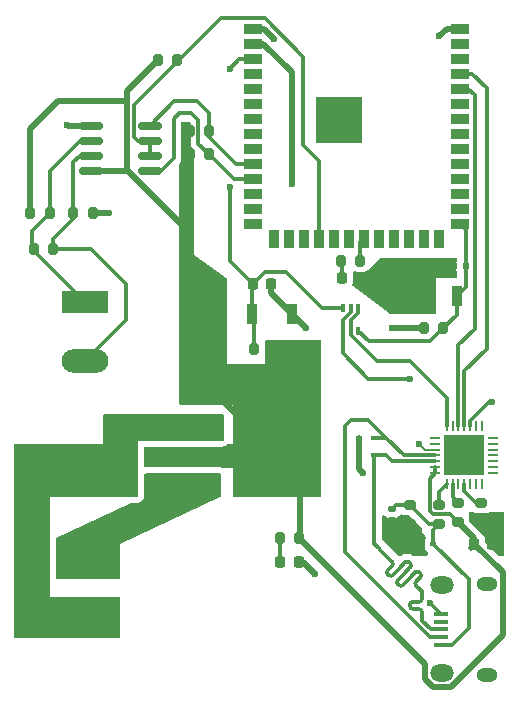
<source format=gbr>
%TF.GenerationSoftware,KiCad,Pcbnew,8.0.7*%
%TF.CreationDate,2025-02-14T15:53:52+00:00*%
%TF.ProjectId,FYP_Motor_R2,4659505f-4d6f-4746-9f72-5f52322e6b69,rev?*%
%TF.SameCoordinates,Original*%
%TF.FileFunction,Copper,L1,Top*%
%TF.FilePolarity,Positive*%
%FSLAX46Y46*%
G04 Gerber Fmt 4.6, Leading zero omitted, Abs format (unit mm)*
G04 Created by KiCad (PCBNEW 8.0.7) date 2025-02-14 15:53:52*
%MOMM*%
%LPD*%
G01*
G04 APERTURE LIST*
G04 Aperture macros list*
%AMRoundRect*
0 Rectangle with rounded corners*
0 $1 Rounding radius*
0 $2 $3 $4 $5 $6 $7 $8 $9 X,Y pos of 4 corners*
0 Add a 4 corners polygon primitive as box body*
4,1,4,$2,$3,$4,$5,$6,$7,$8,$9,$2,$3,0*
0 Add four circle primitives for the rounded corners*
1,1,$1+$1,$2,$3*
1,1,$1+$1,$4,$5*
1,1,$1+$1,$6,$7*
1,1,$1+$1,$8,$9*
0 Add four rect primitives between the rounded corners*
20,1,$1+$1,$2,$3,$4,$5,0*
20,1,$1+$1,$4,$5,$6,$7,0*
20,1,$1+$1,$6,$7,$8,$9,0*
20,1,$1+$1,$8,$9,$2,$3,0*%
G04 Aperture macros list end*
%TA.AperFunction,SMDPad,CuDef*%
%ADD10RoundRect,0.140000X0.140000X0.170000X-0.140000X0.170000X-0.140000X-0.170000X0.140000X-0.170000X0*%
%TD*%
%TA.AperFunction,SMDPad,CuDef*%
%ADD11R,1.300000X0.450000*%
%TD*%
%TA.AperFunction,ComponentPad*%
%ADD12O,1.800000X1.150000*%
%TD*%
%TA.AperFunction,ComponentPad*%
%ADD13O,2.000000X1.450000*%
%TD*%
%TA.AperFunction,SMDPad,CuDef*%
%ADD14R,0.480000X0.400000*%
%TD*%
%TA.AperFunction,SMDPad,CuDef*%
%ADD15RoundRect,0.200000X0.275000X-0.200000X0.275000X0.200000X-0.275000X0.200000X-0.275000X-0.200000X0*%
%TD*%
%TA.AperFunction,SMDPad,CuDef*%
%ADD16RoundRect,0.200000X0.200000X0.275000X-0.200000X0.275000X-0.200000X-0.275000X0.200000X-0.275000X0*%
%TD*%
%TA.AperFunction,SMDPad,CuDef*%
%ADD17RoundRect,0.218750X0.218750X0.256250X-0.218750X0.256250X-0.218750X-0.256250X0.218750X-0.256250X0*%
%TD*%
%TA.AperFunction,SMDPad,CuDef*%
%ADD18RoundRect,0.225000X-0.225000X-0.250000X0.225000X-0.250000X0.225000X0.250000X-0.225000X0.250000X0*%
%TD*%
%TA.AperFunction,SMDPad,CuDef*%
%ADD19RoundRect,0.150000X0.825000X0.150000X-0.825000X0.150000X-0.825000X-0.150000X0.825000X-0.150000X0*%
%TD*%
%TA.AperFunction,SMDPad,CuDef*%
%ADD20R,1.500000X0.900000*%
%TD*%
%TA.AperFunction,SMDPad,CuDef*%
%ADD21R,0.900000X1.500000*%
%TD*%
%TA.AperFunction,HeatsinkPad*%
%ADD22C,0.600000*%
%TD*%
%TA.AperFunction,SMDPad,CuDef*%
%ADD23R,3.900000X3.900000*%
%TD*%
%TA.AperFunction,ComponentPad*%
%ADD24R,3.960000X1.980000*%
%TD*%
%TA.AperFunction,ComponentPad*%
%ADD25O,3.960000X1.980000*%
%TD*%
%TA.AperFunction,SMDPad,CuDef*%
%ADD26R,0.900000X1.700000*%
%TD*%
%TA.AperFunction,SMDPad,CuDef*%
%ADD27RoundRect,0.200000X-0.200000X-0.275000X0.200000X-0.275000X0.200000X0.275000X-0.200000X0.275000X0*%
%TD*%
%TA.AperFunction,SMDPad,CuDef*%
%ADD28RoundRect,0.140000X-0.170000X0.140000X-0.170000X-0.140000X0.170000X-0.140000X0.170000X0.140000X0*%
%TD*%
%TA.AperFunction,SMDPad,CuDef*%
%ADD29RoundRect,0.250000X0.450000X0.425000X-0.450000X0.425000X-0.450000X-0.425000X0.450000X-0.425000X0*%
%TD*%
%TA.AperFunction,SMDPad,CuDef*%
%ADD30RoundRect,0.250000X-0.850000X-0.350000X0.850000X-0.350000X0.850000X0.350000X-0.850000X0.350000X0*%
%TD*%
%TA.AperFunction,SMDPad,CuDef*%
%ADD31RoundRect,0.250000X-1.275000X-1.125000X1.275000X-1.125000X1.275000X1.125000X-1.275000X1.125000X0*%
%TD*%
%TA.AperFunction,SMDPad,CuDef*%
%ADD32RoundRect,0.249997X-2.950003X-2.650003X2.950003X-2.650003X2.950003X2.650003X-2.950003X2.650003X0*%
%TD*%
%TA.AperFunction,SMDPad,CuDef*%
%ADD33RoundRect,0.062500X-0.337500X-0.062500X0.337500X-0.062500X0.337500X0.062500X-0.337500X0.062500X0*%
%TD*%
%TA.AperFunction,SMDPad,CuDef*%
%ADD34RoundRect,0.062500X-0.062500X-0.337500X0.062500X-0.337500X0.062500X0.337500X-0.062500X0.337500X0*%
%TD*%
%TA.AperFunction,HeatsinkPad*%
%ADD35R,3.350000X3.350000*%
%TD*%
%TA.AperFunction,SMDPad,CuDef*%
%ADD36RoundRect,0.100000X0.100000X-0.225000X0.100000X0.225000X-0.100000X0.225000X-0.100000X-0.225000X0*%
%TD*%
%TA.AperFunction,SMDPad,CuDef*%
%ADD37RoundRect,0.200000X-0.275000X0.200000X-0.275000X-0.200000X0.275000X-0.200000X0.275000X0.200000X0*%
%TD*%
%TA.AperFunction,ViaPad*%
%ADD38C,0.600000*%
%TD*%
%TA.AperFunction,Conductor*%
%ADD39C,0.200000*%
%TD*%
%TA.AperFunction,Conductor*%
%ADD40C,0.300000*%
%TD*%
%TA.AperFunction,Conductor*%
%ADD41C,0.500000*%
%TD*%
G04 APERTURE END LIST*
D10*
%TO.P,C6,1*%
%TO.N,IO0*%
X124230000Y-57500000D03*
%TO.P,C6,2*%
%TO.N,GND*%
X123270000Y-57500000D03*
%TD*%
D11*
%TO.P,J1,1,VBUS*%
%TO.N,Net-(J1-VBUS)*%
X122150000Y-89525000D03*
%TO.P,J1,2,D-*%
%TO.N,Net-(J1-D-)*%
X122150000Y-88875000D03*
%TO.P,J1,3,D+*%
%TO.N,Net-(J1-D+)*%
X122150000Y-88225000D03*
%TO.P,J1,4,ID*%
%TO.N,unconnected-(J1-ID-Pad4)*%
X122150000Y-87575000D03*
%TO.P,J1,5,GND*%
%TO.N,GND*%
X122150000Y-86925000D03*
D12*
%TO.P,J1,6,Shield*%
%TO.N,unconnected-(J1-Shield-Pad6)*%
X126000000Y-92100000D03*
D13*
%TO.N,unconnected-(J1-Shield-Pad6)_3*%
X122200000Y-91950000D03*
%TO.N,unconnected-(J1-Shield-Pad6)_1*%
X122200000Y-84500000D03*
D12*
%TO.N,unconnected-(J1-Shield-Pad6)_2*%
X126000000Y-84350000D03*
%TD*%
D14*
%TO.P,D2,1*%
%TO.N,GND*%
X115180000Y-73500000D03*
%TO.P,D2,2*%
%TO.N,Net-(J1-D+)*%
X116500000Y-73500000D03*
%TD*%
D15*
%TO.P,R2,1*%
%TO.N,Net-(J1-VBUS)*%
X122000000Y-79325000D03*
%TO.P,R2,2*%
%TO.N,Net-(U1-VBUS)*%
X122000000Y-77675000D03*
%TD*%
D16*
%TO.P,R10,1*%
%TO.N,GND*%
X92650000Y-53000000D03*
%TO.P,R10,2*%
%TO.N,Net-(J2-Pin_2)*%
X91000000Y-53000000D03*
%TD*%
D17*
%TO.P,D6,1,K*%
%TO.N,GND*%
X110120000Y-82500000D03*
%TO.P,D6,2,A*%
%TO.N,Net-(D6-A)*%
X108545000Y-82500000D03*
%TD*%
D18*
%TO.P,C5,1*%
%TO.N,EN*%
X106225000Y-59000000D03*
%TO.P,C5,2*%
%TO.N,GND*%
X107775000Y-59000000D03*
%TD*%
D14*
%TO.P,D3,1*%
%TO.N,GND*%
X115180000Y-72000000D03*
%TO.P,D3,2*%
%TO.N,Net-(J1-D-)*%
X116500000Y-72000000D03*
%TD*%
D19*
%TO.P,U3,1,RO*%
%TO.N,MOD_RO*%
X97475000Y-49405000D03*
%TO.P,U3,2,~{RE}*%
%TO.N,MOD_DRE*%
X97475000Y-48135000D03*
%TO.P,U3,3,DE*%
X97475000Y-46865000D03*
%TO.P,U3,4,DI*%
%TO.N,MOD_DI*%
X97475000Y-45595000D03*
%TO.P,U3,5,GND*%
%TO.N,GND*%
X92525000Y-45595000D03*
%TO.P,U3,6,A*%
%TO.N,Net-(J2-Pin_1)*%
X92525000Y-46865000D03*
%TO.P,U3,7,B*%
%TO.N,Net-(J2-Pin_2)*%
X92525000Y-48135000D03*
%TO.P,U3,8,VCC*%
%TO.N,+3V3*%
X92525000Y-49405000D03*
%TD*%
D18*
%TO.P,C2,1*%
%TO.N,+3V3*%
X124950000Y-81000000D03*
%TO.P,C2,2*%
%TO.N,GND*%
X126500000Y-81000000D03*
%TD*%
D20*
%TO.P,U2,1,GND*%
%TO.N,GND*%
X106250000Y-37390000D03*
%TO.P,U2,2,3V3*%
%TO.N,+3V3*%
X106250000Y-38660000D03*
%TO.P,U2,3,EN*%
%TO.N,EN*%
X106250000Y-39930000D03*
%TO.P,U2,4,IO4*%
%TO.N,GPIO4*%
X106250000Y-41200000D03*
%TO.P,U2,5,IO5*%
%TO.N,GPIO5*%
X106250000Y-42470000D03*
%TO.P,U2,6,IO6*%
%TO.N,GPIO6*%
X106250000Y-43740000D03*
%TO.P,U2,7,IO7*%
%TO.N,GPIO7*%
X106250000Y-45010000D03*
%TO.P,U2,8,IO15*%
%TO.N,GPIO15*%
X106250000Y-46280000D03*
%TO.P,U2,9,IO16*%
%TO.N,GPIO16*%
X106250000Y-47550000D03*
%TO.P,U2,10,IO17*%
%TO.N,MOD_DI*%
X106250000Y-48820000D03*
%TO.P,U2,11,IO18*%
%TO.N,MOD_RO*%
X106250000Y-50090000D03*
%TO.P,U2,12,IO8*%
%TO.N,GPIO8*%
X106250000Y-51360000D03*
%TO.P,U2,13,USB_D-*%
%TO.N,USB_D-_NC*%
X106250000Y-52630000D03*
%TO.P,U2,14,USB_D+*%
%TO.N,USB_D+_NC*%
X106250000Y-53900000D03*
D21*
%TO.P,U2,15,IO3*%
%TO.N,GPIO3_NC*%
X108015000Y-55150000D03*
%TO.P,U2,16,IO46*%
%TO.N,GPIO46_NC*%
X109285000Y-55150000D03*
%TO.P,U2,17,IO9*%
%TO.N,GPIO9*%
X110555000Y-55150000D03*
%TO.P,U2,18,IO10*%
%TO.N,MOD_DRE*%
X111825000Y-55150000D03*
%TO.P,U2,19,IO11*%
%TO.N,GPIO11*%
X113095000Y-55150000D03*
%TO.P,U2,20,IO12*%
%TO.N,GPIO12*%
X114365000Y-55150000D03*
%TO.P,U2,21,IO13*%
%TO.N,GPIO13*%
X115635000Y-55150000D03*
%TO.P,U2,22,IO14*%
%TO.N,GPIO14*%
X116905000Y-55150000D03*
%TO.P,U2,23,IO21*%
%TO.N,GPIO21*%
X118175000Y-55150000D03*
%TO.P,U2,24,IO47*%
%TO.N,GPIO47*%
X119445000Y-55150000D03*
%TO.P,U2,25,IO48*%
%TO.N,GPIO48*%
X120715000Y-55150000D03*
%TO.P,U2,26,IO45*%
%TO.N,GPIO45_NC*%
X121985000Y-55150000D03*
D20*
%TO.P,U2,27,IO0*%
%TO.N,IO0*%
X123750000Y-53900000D03*
%TO.P,U2,28,IO35*%
%TO.N,GPIO35_NC*%
X123750000Y-52630000D03*
%TO.P,U2,29,IO36*%
%TO.N,GPIO36_NC*%
X123750000Y-51360000D03*
%TO.P,U2,30,IO37*%
%TO.N,GPIO37_NC*%
X123750000Y-50090000D03*
%TO.P,U2,31,IO38*%
%TO.N,GPIO38*%
X123750000Y-48820000D03*
%TO.P,U2,32,IO39*%
%TO.N,GPIO39*%
X123750000Y-47550000D03*
%TO.P,U2,33,IO40*%
%TO.N,GPIO40*%
X123750000Y-46280000D03*
%TO.P,U2,34,IO41*%
%TO.N,GPIO41*%
X123750000Y-45010000D03*
%TO.P,U2,35,IO42*%
%TO.N,GPIO42*%
X123750000Y-43740000D03*
%TO.P,U2,36,RXD0*%
%TO.N,RX0*%
X123750000Y-42470000D03*
%TO.P,U2,37,TXD0*%
%TO.N,TX0*%
X123750000Y-41200000D03*
%TO.P,U2,38,IO2*%
%TO.N,GPIO2*%
X123750000Y-39930000D03*
%TO.P,U2,39,IO1*%
%TO.N,GPIO1*%
X123750000Y-38660000D03*
%TO.P,U2,40,GND*%
%TO.N,GND*%
X123750000Y-37390000D03*
D22*
%TO.P,U2,41,GND*%
X112100000Y-44410000D03*
X112100000Y-45810000D03*
X112800000Y-43710000D03*
X112800000Y-45110000D03*
X112800000Y-46510000D03*
X113500000Y-44410000D03*
D23*
X113500000Y-45110000D03*
D22*
X113500000Y-45810000D03*
X114200000Y-43710000D03*
X114200000Y-45110000D03*
X114200000Y-46510000D03*
X114900000Y-44410000D03*
X114900000Y-45810000D03*
%TD*%
D17*
%TO.P,D5,1,K*%
%TO.N,GND*%
X115325000Y-58500000D03*
%TO.P,D5,2,A*%
%TO.N,Net-(D5-A)*%
X113750000Y-58500000D03*
%TD*%
D24*
%TO.P,J3,1,Pin_1*%
%TO.N,5V*%
X92000000Y-82235000D03*
D25*
%TO.P,J3,2,Pin_2*%
%TO.N,GND*%
X92000000Y-87235000D03*
%TD*%
D26*
%TO.P,SW2,1,A*%
%TO.N,GND*%
X120100000Y-60000000D03*
%TO.P,SW2,2,B*%
%TO.N,IO0*%
X123500000Y-60000000D03*
%TD*%
%TO.P,SW1,1,A*%
%TO.N,GND*%
X109500000Y-61500000D03*
%TO.P,SW1,2,B*%
%TO.N,EN*%
X106100000Y-61500000D03*
%TD*%
D27*
%TO.P,R12,1*%
%TO.N,Net-(D5-A)*%
X113675000Y-57000000D03*
%TO.P,R12,2*%
%TO.N,GPIO13*%
X115325000Y-57000000D03*
%TD*%
%TO.P,R15,1*%
%TO.N,Net-(D6-A)*%
X108470000Y-80500000D03*
%TO.P,R15,2*%
%TO.N,+3V3*%
X110120000Y-80500000D03*
%TD*%
D28*
%TO.P,C1,2*%
%TO.N,GND*%
X118000000Y-78980000D03*
%TO.P,C1,1*%
%TO.N,Net-(J1-VBUS)*%
X118000000Y-78020000D03*
%TD*%
D16*
%TO.P,R9,1*%
%TO.N,Net-(J2-Pin_1)*%
X89000000Y-53000000D03*
%TO.P,R9,2*%
%TO.N,+3V3*%
X87350000Y-53000000D03*
%TD*%
D14*
%TO.P,D1,1*%
%TO.N,GND*%
X120180000Y-81000000D03*
%TO.P,D1,2*%
%TO.N,Net-(J1-VBUS)*%
X121500000Y-81000000D03*
%TD*%
D27*
%TO.P,R14,1*%
%TO.N,+3V3*%
X120675000Y-62750000D03*
%TO.P,R14,2*%
%TO.N,IO0*%
X122325000Y-62750000D03*
%TD*%
D16*
%TO.P,R6,1*%
%TO.N,MOD_DRE*%
X99825000Y-40000000D03*
%TO.P,R6,2*%
%TO.N,+3V3*%
X98175000Y-40000000D03*
%TD*%
D29*
%TO.P,C7,1*%
%TO.N,5V*%
X98090000Y-76000000D03*
%TO.P,C7,2*%
%TO.N,GND*%
X95390000Y-76000000D03*
%TD*%
D16*
%TO.P,R8,1*%
%TO.N,MOD_RO*%
X102500000Y-48000000D03*
%TO.P,R8,2*%
%TO.N,+3V3*%
X100850000Y-48000000D03*
%TD*%
D24*
%TO.P,J2,1,Pin_1*%
%TO.N,Net-(J2-Pin_1)*%
X92000000Y-60500000D03*
D25*
%TO.P,J2,2,Pin_2*%
%TO.N,Net-(J2-Pin_2)*%
X92000000Y-65500000D03*
%TD*%
D15*
%TO.P,R1,1*%
%TO.N,GND*%
X119500000Y-79325000D03*
%TO.P,R1,2*%
%TO.N,Net-(J1-VBUS)*%
X119500000Y-77675000D03*
%TD*%
D30*
%TO.P,U4,1,GND*%
%TO.N,GND*%
X102200000Y-71245000D03*
%TO.P,U4,2,VO*%
%TO.N,+3V3*%
X102200000Y-73525000D03*
D31*
X106825000Y-72000000D03*
X106825000Y-75050000D03*
D32*
X108500000Y-73525000D03*
D31*
X110175000Y-72000000D03*
X110175000Y-75050000D03*
D30*
%TO.P,U4,3,VI*%
%TO.N,5V*%
X102200000Y-75805000D03*
%TD*%
D33*
%TO.P,U1,1,~{DCD}*%
%TO.N,unconnected-(U1-~{DCD}-Pad1)*%
X121670000Y-72000000D03*
%TO.P,U1,2,~{RI}/CLK*%
%TO.N,unconnected-(U1-~{RI}{slash}CLK-Pad2)*%
X121670000Y-72500000D03*
%TO.P,U1,3,GND*%
%TO.N,GND*%
X121670000Y-73000000D03*
%TO.P,U1,4,D+*%
%TO.N,Net-(J1-D-)*%
X121670000Y-73500000D03*
%TO.P,U1,5,D-*%
%TO.N,Net-(J1-D+)*%
X121670000Y-74000000D03*
%TO.P,U1,6,VDD*%
%TO.N,+3V3*%
X121670000Y-74500000D03*
%TO.P,U1,7,VREGIN*%
X121670000Y-75000000D03*
D34*
%TO.P,U1,8,VBUS*%
%TO.N,Net-(U1-VBUS)*%
X122620000Y-75950000D03*
%TO.P,U1,9,~{RST}*%
%TO.N,Net-(U1-~{RST})*%
X123120000Y-75950000D03*
%TO.P,U1,10,NC*%
%TO.N,unconnected-(U1-NC-Pad10)*%
X123620000Y-75950000D03*
%TO.P,U1,11,~{SUSPEND}*%
%TO.N,Net-(U1-~{SUSPEND})*%
X124120000Y-75950000D03*
%TO.P,U1,12,SUSPEND*%
%TO.N,unconnected-(U1-SUSPEND-Pad12)*%
X124620000Y-75950000D03*
%TO.P,U1,13,CHREN*%
%TO.N,unconnected-(U1-CHREN-Pad13)*%
X125120000Y-75950000D03*
%TO.P,U1,14,CHR1*%
%TO.N,unconnected-(U1-CHR1-Pad14)*%
X125620000Y-75950000D03*
D33*
%TO.P,U1,15,CHR0*%
%TO.N,unconnected-(U1-CHR0-Pad15)*%
X126570000Y-75000000D03*
%TO.P,U1,16,~{WAKEUP}/GPIO.3*%
%TO.N,unconnected-(U1-~{WAKEUP}{slash}GPIO.3-Pad16)*%
X126570000Y-74500000D03*
%TO.P,U1,17,RS485/GPIO.2*%
%TO.N,unconnected-(U1-RS485{slash}GPIO.2-Pad17)*%
X126570000Y-74000000D03*
%TO.P,U1,18,~{RXT}/GPIO.1*%
%TO.N,unconnected-(U1-~{RXT}{slash}GPIO.1-Pad18)*%
X126570000Y-73500000D03*
%TO.P,U1,19,~{TXT}/GPIO.0*%
%TO.N,unconnected-(U1-~{TXT}{slash}GPIO.0-Pad19)*%
X126570000Y-73000000D03*
%TO.P,U1,20,GPIO.6*%
%TO.N,unconnected-(U1-GPIO.6-Pad20)*%
X126570000Y-72500000D03*
%TO.P,U1,21,GPIO.5*%
%TO.N,unconnected-(U1-GPIO.5-Pad21)*%
X126570000Y-72000000D03*
D34*
%TO.P,U1,22,GPIO.4*%
%TO.N,unconnected-(U1-GPIO.4-Pad22)*%
X125620000Y-71050000D03*
%TO.P,U1,23,~{CTS}*%
%TO.N,unconnected-(U1-~{CTS}-Pad23)*%
X125120000Y-71050000D03*
%TO.P,U1,24,~{RTS}*%
%TO.N,RTS*%
X124620000Y-71050000D03*
%TO.P,U1,25,RXD*%
%TO.N,TX0*%
X124120000Y-71050000D03*
%TO.P,U1,26,TXD*%
%TO.N,RX0*%
X123620000Y-71050000D03*
%TO.P,U1,27,~{DSR}*%
%TO.N,unconnected-(U1-~{DSR}-Pad27)*%
X123120000Y-71050000D03*
%TO.P,U1,28,~{DTR}*%
%TO.N,DTR*%
X122620000Y-71050000D03*
D35*
%TO.P,U1,29,GND*%
%TO.N,GND*%
X124120000Y-73500000D03*
%TD*%
D29*
%TO.P,C8,1*%
%TO.N,+3V3*%
X98090000Y-73500000D03*
%TO.P,C8,2*%
%TO.N,GND*%
X95390000Y-73500000D03*
%TD*%
D16*
%TO.P,R11,1*%
%TO.N,Net-(J2-Pin_2)*%
X89325000Y-56000000D03*
%TO.P,R11,2*%
%TO.N,Net-(J2-Pin_1)*%
X87675000Y-56000000D03*
%TD*%
%TO.P,R5,1*%
%TO.N,MOD_DI*%
X102500000Y-46000000D03*
%TO.P,R5,2*%
%TO.N,+3V3*%
X100850000Y-46000000D03*
%TD*%
D15*
%TO.P,R4,1*%
%TO.N,GND*%
X125570000Y-79150000D03*
%TO.P,R4,2*%
%TO.N,Net-(U1-~{SUSPEND})*%
X125570000Y-77500000D03*
%TD*%
D16*
%TO.P,R13,1*%
%TO.N,+3V3*%
X108000000Y-64500000D03*
%TO.P,R13,2*%
%TO.N,EN*%
X106350000Y-64500000D03*
%TD*%
D36*
%TO.P,Q1,1,E1*%
%TO.N,RTS*%
X113850000Y-62950000D03*
%TO.P,Q1,2,B1*%
%TO.N,DTR*%
X114500000Y-62950000D03*
%TO.P,Q1,3,C2*%
%TO.N,IO0*%
X115150000Y-62950000D03*
%TO.P,Q1,4,E2*%
%TO.N,DTR*%
X115150000Y-61050000D03*
%TO.P,Q1,5,B2*%
%TO.N,RTS*%
X114500000Y-61050000D03*
%TO.P,Q1,6,C1*%
%TO.N,EN*%
X113850000Y-61050000D03*
%TD*%
D37*
%TO.P,R3,1*%
%TO.N,Net-(U1-~{RST})*%
X123570000Y-77500000D03*
%TO.P,R3,2*%
%TO.N,+3V3*%
X123570000Y-79150000D03*
%TD*%
D38*
%TO.N,GND*%
X122200000Y-57900000D03*
X122200000Y-57200000D03*
X116600000Y-59000000D03*
X116600000Y-58000000D03*
X118800000Y-59600000D03*
X118800000Y-60700000D03*
X124120000Y-73500000D03*
X110750000Y-62750000D03*
X98500000Y-71750000D03*
X108000000Y-38250000D03*
X91750000Y-75000000D03*
X111500000Y-83500000D03*
X96750000Y-70500000D03*
X119000000Y-81500000D03*
X86750000Y-87750000D03*
X94250000Y-72000000D03*
X127000000Y-78750000D03*
X91750000Y-76000000D03*
X118000000Y-80500000D03*
X88750000Y-73000000D03*
X94000000Y-53000000D03*
X118500000Y-81000000D03*
X91750000Y-74000000D03*
X90500000Y-45500000D03*
X87000000Y-74750000D03*
X121250000Y-86000000D03*
X100000000Y-70500000D03*
X122000000Y-38000000D03*
X117500000Y-80000000D03*
X94250000Y-70500000D03*
X88250000Y-87750000D03*
X120250000Y-72500000D03*
X87000000Y-73000000D03*
X115500000Y-75000000D03*
X127000000Y-79500000D03*
X86750000Y-86500000D03*
X91750000Y-73000000D03*
%TO.N,EN*%
X104250000Y-50750000D03*
X104250000Y-40750000D03*
%TO.N,RTS*%
X126500000Y-69000000D03*
X119500000Y-67000000D03*
%TO.N,+3V3*%
X109500000Y-50500000D03*
X118000000Y-62750000D03*
X100500000Y-54257684D03*
X111500000Y-66750000D03*
%TD*%
D39*
%TO.N,GND*%
X120750000Y-73000000D02*
X120250000Y-72500000D01*
X121670000Y-73000000D02*
X120750000Y-73000000D01*
D40*
%TO.N,IO0*%
X124250000Y-54400000D02*
X124250000Y-57480000D01*
X124250000Y-57480000D02*
X124230000Y-57500000D01*
X123750000Y-53900000D02*
X124250000Y-54400000D01*
X124230000Y-59270000D02*
X123500000Y-60000000D01*
X124230000Y-57500000D02*
X124230000Y-59270000D01*
%TO.N,Net-(J1-VBUS)*%
X124500000Y-84000000D02*
X121500000Y-81000000D01*
X124500000Y-88125000D02*
X124500000Y-84000000D01*
X123100000Y-89525000D02*
X124500000Y-88125000D01*
X122150000Y-89525000D02*
X123100000Y-89525000D01*
D41*
%TO.N,+3V3*%
X127350000Y-83400000D02*
X124950000Y-81000000D01*
X127350000Y-88736701D02*
X127350000Y-83400000D01*
X122961701Y-93125000D02*
X127350000Y-88736701D01*
X124650000Y-81300000D02*
X124950000Y-81000000D01*
X121438299Y-93125000D02*
X122961701Y-93125000D01*
X120750000Y-92436701D02*
X121438299Y-93125000D01*
X120750000Y-91130000D02*
X120750000Y-92436701D01*
X110120000Y-80500000D02*
X120750000Y-91130000D01*
%TO.N,GND*%
X123750000Y-37390000D02*
X122610000Y-37390000D01*
X115180000Y-72000000D02*
X115180000Y-73500000D01*
X90595000Y-45595000D02*
X90500000Y-45500000D01*
X106250000Y-37390000D02*
X107140000Y-37390000D01*
X92525000Y-45595000D02*
X90595000Y-45595000D01*
D40*
X122150000Y-86900000D02*
X121250000Y-86000000D01*
D41*
X115180000Y-74680000D02*
X115500000Y-75000000D01*
X122610000Y-37390000D02*
X122000000Y-38000000D01*
X109500000Y-61500000D02*
X110750000Y-62750000D01*
X115180000Y-73500000D02*
X115180000Y-74680000D01*
X107775000Y-59000000D02*
X107775000Y-59775000D01*
X107775000Y-59775000D02*
X109500000Y-61500000D01*
X92650000Y-53000000D02*
X94000000Y-53000000D01*
X107140000Y-37390000D02*
X108000000Y-38250000D01*
X110120000Y-82500000D02*
X110500000Y-82500000D01*
D40*
X122150000Y-86925000D02*
X122150000Y-86900000D01*
D41*
X110500000Y-82500000D02*
X111500000Y-83500000D01*
D40*
%TO.N,EN*%
X105070000Y-39930000D02*
X106250000Y-39930000D01*
X106100000Y-61500000D02*
X106100000Y-59125000D01*
X112050000Y-61050000D02*
X113850000Y-61050000D01*
X106100000Y-59125000D02*
X106225000Y-59000000D01*
X107225000Y-58000000D02*
X109000000Y-58000000D01*
X104250000Y-40750000D02*
X105070000Y-39930000D01*
X106350000Y-64500000D02*
X106350000Y-61750000D01*
X104250000Y-57025000D02*
X104250000Y-50750000D01*
X106225000Y-59000000D02*
X104250000Y-57025000D01*
X106225000Y-59000000D02*
X107225000Y-58000000D01*
X106350000Y-61750000D02*
X106100000Y-61500000D01*
X109000000Y-58000000D02*
X112050000Y-61050000D01*
%TO.N,IO0*%
X121250000Y-63825000D02*
X122325000Y-62750000D01*
X123500000Y-61575000D02*
X123500000Y-60000000D01*
X116025000Y-63825000D02*
X121250000Y-63825000D01*
X122325000Y-62750000D02*
X123500000Y-61575000D01*
X115150000Y-62950000D02*
X116025000Y-63825000D01*
%TO.N,Net-(J1-D+)*%
X118056568Y-83631369D02*
X118424263Y-83263673D01*
X119442495Y-83942495D02*
X119612199Y-83772788D01*
X120516053Y-85016053D02*
X120516053Y-85666053D01*
X119555632Y-82980830D02*
X119018231Y-83518232D01*
X116874308Y-81374308D02*
X116992629Y-81492629D01*
X117632304Y-83546517D02*
X117717156Y-83631369D01*
X118480830Y-84395044D02*
X118565682Y-84479896D01*
X120036463Y-84536463D02*
X120121317Y-84621317D01*
X116992629Y-81492629D02*
X118000000Y-82500000D01*
X117500000Y-73500000D02*
X118000000Y-74000000D01*
X120516053Y-87483947D02*
X121257106Y-88225000D01*
X116500000Y-73500000D02*
X116500000Y-81000000D01*
X119018231Y-83518232D02*
X119018232Y-83518232D01*
X120319307Y-83405093D02*
X120404159Y-83489945D01*
X116500000Y-73500000D02*
X117500000Y-73500000D01*
X120516053Y-86881333D02*
X120516053Y-87483947D01*
X118593969Y-83093967D02*
X118593968Y-83093968D01*
X118424263Y-83263673D02*
X118593969Y-83093967D01*
X120404159Y-83829357D02*
X120036464Y-84197053D01*
X120121317Y-84621317D02*
X120516053Y-85016053D01*
X120276053Y-85906053D02*
X119756053Y-85906053D01*
X118905094Y-84479896D02*
X119442495Y-83942494D01*
X119442495Y-83942494D02*
X119442495Y-83942495D01*
X119470780Y-82556566D02*
X119555632Y-82641418D01*
X119018232Y-83518232D02*
X118480830Y-84055633D01*
X121257106Y-88225000D02*
X122150000Y-88225000D01*
X119756053Y-86506053D02*
X120276053Y-86506053D01*
X119612199Y-83772788D02*
X119979895Y-83405092D01*
X120516053Y-86866053D02*
X120516053Y-86881333D01*
X119516053Y-86146053D02*
X119516053Y-86266053D01*
X116500000Y-81000000D02*
X116874308Y-81374308D01*
X118000000Y-74000000D02*
X121670000Y-74000000D01*
X118000000Y-82839411D02*
X117632304Y-83207106D01*
X118593968Y-83093968D02*
X119131368Y-82556565D01*
X120516053Y-86746053D02*
X120516053Y-86866053D01*
X120036464Y-84197053D02*
G75*
G03*
X120036421Y-84536504I169736J-169747D01*
G01*
X119979895Y-83405092D02*
G75*
G02*
X120319307Y-83405093I169705J-169708D01*
G01*
X118000000Y-82500000D02*
G75*
G02*
X117999995Y-82839405I-169700J-169700D01*
G01*
X117717156Y-83631369D02*
G75*
G03*
X118056568Y-83631369I169706J169704D01*
G01*
X119516053Y-86266053D02*
G75*
G03*
X119756053Y-86506147I240047J-47D01*
G01*
X120276053Y-86506053D02*
G75*
G02*
X120516147Y-86746053I47J-240047D01*
G01*
X119555632Y-82641418D02*
G75*
G02*
X119555608Y-82980806I-169732J-169682D01*
G01*
X119131368Y-82556565D02*
G75*
G02*
X119470806Y-82556539I169732J-169735D01*
G01*
X119756053Y-85906053D02*
G75*
G03*
X119516053Y-86146053I47J-240047D01*
G01*
X120404159Y-83489945D02*
G75*
G02*
X120404208Y-83829406I-169659J-169755D01*
G01*
X120516053Y-85666053D02*
G75*
G02*
X120276053Y-85906053I-239953J-47D01*
G01*
X118480830Y-84055633D02*
G75*
G03*
X118480868Y-84395005I169670J-169667D01*
G01*
X118565682Y-84479896D02*
G75*
G03*
X118905094Y-84479896I169706J169704D01*
G01*
X117632304Y-83207106D02*
G75*
G03*
X117632315Y-83546505I169696J-169694D01*
G01*
%TO.N,Net-(J1-D-)*%
X121200000Y-88875000D02*
X114000000Y-81675000D01*
X119000000Y-73500000D02*
X121670000Y-73500000D01*
X122150000Y-88875000D02*
X121200000Y-88875000D01*
X114000000Y-81675000D02*
X114000000Y-71000000D01*
X116000000Y-70500000D02*
X117500000Y-72000000D01*
X114500000Y-70500000D02*
X116000000Y-70500000D01*
X117500000Y-72000000D02*
X119000000Y-73500000D01*
X116500000Y-72000000D02*
X117500000Y-72000000D01*
X114000000Y-71000000D02*
X114500000Y-70500000D01*
%TO.N,Net-(D5-A)*%
X113750000Y-57075000D02*
X113675000Y-57000000D01*
X113750000Y-58500000D02*
X113750000Y-57075000D01*
%TO.N,Net-(D6-A)*%
X108470000Y-82425000D02*
X108545000Y-82500000D01*
X108470000Y-80500000D02*
X108470000Y-82425000D01*
%TO.N,Net-(J2-Pin_1)*%
X87675000Y-56175000D02*
X92000000Y-60500000D01*
X91550001Y-46865000D02*
X92525000Y-46865000D01*
X89000000Y-53000000D02*
X87500000Y-54500000D01*
X87675000Y-56000000D02*
X87675000Y-56175000D01*
X89000000Y-49415001D02*
X91550001Y-46865000D01*
X89000000Y-53000000D02*
X89000000Y-49415001D01*
X87500000Y-54500000D02*
X87500000Y-55825000D01*
X87500000Y-55825000D02*
X87675000Y-56000000D01*
%TO.N,Net-(J2-Pin_2)*%
X89325000Y-55175000D02*
X89325000Y-56000000D01*
X95500000Y-59000000D02*
X95500000Y-62000000D01*
X92500000Y-56000000D02*
X95500000Y-59000000D01*
X89325000Y-56000000D02*
X92500000Y-56000000D01*
X95500000Y-62000000D02*
X92000000Y-65500000D01*
X92525000Y-48135000D02*
X91550001Y-48135000D01*
X91000000Y-53500000D02*
X89325000Y-55175000D01*
X91000000Y-48685001D02*
X91000000Y-53000000D01*
X91000000Y-53000000D02*
X91000000Y-53500000D01*
X91550001Y-48135000D02*
X91000000Y-48685001D01*
%TO.N,RTS*%
X113850000Y-62950000D02*
X113850000Y-64850000D01*
X126184904Y-69000000D02*
X124620000Y-70564904D01*
X116000000Y-67000000D02*
X119500000Y-67000000D01*
X126500000Y-69000000D02*
X126184904Y-69000000D01*
X113850000Y-64850000D02*
X116000000Y-67000000D01*
X114500000Y-61364168D02*
X114500000Y-61050000D01*
X124620000Y-70564904D02*
X124620000Y-71050000D01*
X113850000Y-62014168D02*
X114500000Y-61364168D01*
X113850000Y-62950000D02*
X113850000Y-62014168D01*
%TO.N,DTR*%
X116725001Y-65500000D02*
X119500000Y-65500000D01*
X122620000Y-68620000D02*
X122620000Y-71050000D01*
X115150000Y-61421274D02*
X115150000Y-61050000D01*
X114500000Y-63274999D02*
X116725001Y-65500000D01*
X114500000Y-62071274D02*
X115150000Y-61421274D01*
X114500000Y-62950000D02*
X114500000Y-62071274D01*
X114500000Y-62950000D02*
X114500000Y-63274999D01*
X119500000Y-65500000D02*
X122620000Y-68620000D01*
%TO.N,Net-(U1-VBUS)*%
X122000000Y-77675000D02*
X122000000Y-76570000D01*
X122000000Y-76570000D02*
X122620000Y-75950000D01*
%TO.N,Net-(U1-~{RST})*%
X123120000Y-77050000D02*
X123570000Y-77500000D01*
X123120000Y-75950000D02*
X123120000Y-77050000D01*
%TO.N,Net-(U1-~{SUSPEND})*%
X125095000Y-77500000D02*
X125570000Y-77500000D01*
X124120000Y-76525000D02*
X125095000Y-77500000D01*
X124120000Y-75950000D02*
X124120000Y-76525000D01*
%TO.N,MOD_DI*%
X102500000Y-46500000D02*
X104820000Y-48820000D01*
X102500000Y-46000000D02*
X102500000Y-46500000D01*
X99570000Y-43500000D02*
X101500000Y-43500000D01*
X97475000Y-45595000D02*
X99570000Y-43500000D01*
X102500000Y-44500000D02*
X102500000Y-46000000D01*
X104820000Y-48820000D02*
X106250000Y-48820000D01*
X101500000Y-43500000D02*
X102500000Y-44500000D01*
%TO.N,MOD_DRE*%
X97475000Y-46865000D02*
X97475000Y-48135000D01*
X107260000Y-36500000D02*
X110500000Y-39740000D01*
X97475000Y-46865000D02*
X96500001Y-46865000D01*
X96150000Y-43850000D02*
X103500000Y-36500000D01*
X96500001Y-46865000D02*
X96150000Y-46514999D01*
X110500000Y-47250000D02*
X111825000Y-48575000D01*
X103500000Y-36500000D02*
X107260000Y-36500000D01*
X111825000Y-48575000D02*
X111825000Y-55150000D01*
X110500000Y-39740000D02*
X110500000Y-47250000D01*
X96150000Y-46514999D02*
X96150000Y-43850000D01*
%TO.N,MOD_RO*%
X101600000Y-45100000D02*
X101600000Y-47100000D01*
X99500000Y-45000000D02*
X100000000Y-44500000D01*
X100000000Y-44500000D02*
X101000000Y-44500000D01*
X101000000Y-44500000D02*
X101600000Y-45100000D01*
X104590000Y-50090000D02*
X106250000Y-50090000D01*
X97475000Y-49405000D02*
X98449999Y-49405000D01*
X102500000Y-48000000D02*
X104590000Y-50090000D01*
X99500000Y-48354999D02*
X99500000Y-45000000D01*
X98449999Y-49405000D02*
X99500000Y-48354999D01*
X101600000Y-47100000D02*
X102500000Y-48000000D01*
%TO.N,GPIO13*%
X115325000Y-57000000D02*
X115325000Y-55460000D01*
X115325000Y-55460000D02*
X115635000Y-55150000D01*
%TO.N,RX0*%
X125000000Y-62758358D02*
X125000000Y-43000000D01*
X125000000Y-43000000D02*
X124470000Y-42470000D01*
X123620000Y-71050000D02*
X123620000Y-64138358D01*
X123620000Y-64138358D02*
X125000000Y-62758358D01*
X124470000Y-42470000D02*
X123750000Y-42470000D01*
%TO.N,TX0*%
X126000000Y-42400000D02*
X124800000Y-41200000D01*
X124800000Y-41200000D02*
X123750000Y-41200000D01*
X126000000Y-64500000D02*
X126000000Y-42400000D01*
X124120000Y-66380000D02*
X126000000Y-64500000D01*
X124120000Y-71050000D02*
X124120000Y-66380000D01*
D41*
%TO.N,+3V3*%
X87350000Y-53000000D02*
X87350000Y-45900000D01*
X100500000Y-54257684D02*
X100500000Y-65675000D01*
X87350000Y-45900000D02*
X89750000Y-43500000D01*
X95452684Y-49405000D02*
X95550000Y-49307684D01*
D40*
X121670000Y-74500000D02*
X121670000Y-75000000D01*
D41*
X98175000Y-40000000D02*
X95550000Y-42625000D01*
D40*
X122920000Y-78500000D02*
X123570000Y-79150000D01*
D41*
X95550000Y-43500000D02*
X95550000Y-49307684D01*
X107080000Y-38660000D02*
X109500000Y-41080000D01*
X120675000Y-62750000D02*
X118000000Y-62750000D01*
D40*
X121175000Y-78175000D02*
X121500000Y-78500000D01*
D41*
X124950000Y-80530000D02*
X123570000Y-79150000D01*
X109500000Y-41080000D02*
X109500000Y-50500000D01*
X95550000Y-49307684D02*
X100500000Y-54257684D01*
X95550000Y-42625000D02*
X95550000Y-43500000D01*
X124950000Y-81000000D02*
X124950000Y-80530000D01*
X110175000Y-80445000D02*
X110120000Y-80500000D01*
X92525000Y-49405000D02*
X95452684Y-49405000D01*
X123570000Y-79150000D02*
X123570000Y-79070000D01*
D40*
X121500000Y-78500000D02*
X122920000Y-78500000D01*
D41*
X89750000Y-43500000D02*
X95550000Y-43500000D01*
D40*
X121175000Y-75495000D02*
X121175000Y-78175000D01*
D41*
X110175000Y-75050000D02*
X110175000Y-80445000D01*
D40*
X121670000Y-75000000D02*
X121175000Y-75495000D01*
D41*
X106250000Y-38660000D02*
X107080000Y-38660000D01*
X100500000Y-65675000D02*
X106825000Y-72000000D01*
D40*
%TO.N,Net-(J1-VBUS)*%
X121500000Y-81000000D02*
X121500000Y-79825000D01*
X118345000Y-77675000D02*
X118000000Y-78020000D01*
X121150000Y-79325000D02*
X119500000Y-77675000D01*
X121500000Y-79825000D02*
X122000000Y-79325000D01*
X122000000Y-79325000D02*
X121150000Y-79325000D01*
X119500000Y-77675000D02*
X118345000Y-77675000D01*
%TD*%
%TA.AperFunction,Conductor*%
%TO.N,+3V3*%
G36*
X100845732Y-45269685D02*
G01*
X100866374Y-45286319D01*
X100913181Y-45333126D01*
X100946666Y-45394449D01*
X100949500Y-45420807D01*
X100949500Y-47164069D01*
X100949500Y-47164071D01*
X100949499Y-47164071D01*
X100974497Y-47289738D01*
X100974499Y-47289744D01*
X101023535Y-47408127D01*
X101094723Y-47514669D01*
X101213681Y-47633627D01*
X101247166Y-47694949D01*
X101250000Y-47721308D01*
X101250000Y-56500001D01*
X103229217Y-57939430D01*
X103948933Y-58462860D01*
X103991573Y-58518210D01*
X104000000Y-58563143D01*
X104000000Y-65750000D01*
X107250000Y-65750000D01*
X107250000Y-64842736D01*
X107250377Y-64834413D01*
X107250373Y-64834413D01*
X107250500Y-64831617D01*
X107250500Y-64168374D01*
X107250373Y-64165568D01*
X107250377Y-64165567D01*
X107250000Y-64157257D01*
X107250000Y-63874000D01*
X107269685Y-63806961D01*
X107322489Y-63761206D01*
X107374000Y-63750000D01*
X111876000Y-63750000D01*
X111943039Y-63769685D01*
X111988794Y-63822489D01*
X112000000Y-63874000D01*
X112000000Y-76901000D01*
X111980315Y-76968039D01*
X111927511Y-77013794D01*
X111876000Y-77025000D01*
X104624000Y-77025000D01*
X104556961Y-77005315D01*
X104511206Y-76952511D01*
X104500000Y-76901000D01*
X104500000Y-74525000D01*
X104500000Y-69250000D01*
X100124000Y-69250000D01*
X100056961Y-69230315D01*
X100011206Y-69177511D01*
X100000000Y-69126000D01*
X100000000Y-48815179D01*
X100019685Y-48748140D01*
X100020855Y-48746352D01*
X100076466Y-48663125D01*
X100125501Y-48544742D01*
X100135577Y-48494091D01*
X100150500Y-48419068D01*
X100150500Y-45374000D01*
X100170185Y-45306961D01*
X100222989Y-45261206D01*
X100274500Y-45250000D01*
X100778693Y-45250000D01*
X100845732Y-45269685D01*
G37*
%TD.AperFunction*%
%TD*%
%TA.AperFunction,Conductor*%
%TO.N,GND*%
G36*
X124880344Y-78267882D02*
G01*
X125005394Y-78343478D01*
X125167804Y-78394086D01*
X125238384Y-78400500D01*
X125238387Y-78400500D01*
X125901613Y-78400500D01*
X125901616Y-78400500D01*
X125972196Y-78394086D01*
X126134606Y-78343478D01*
X126259655Y-78267882D01*
X126323804Y-78250000D01*
X127375500Y-78250000D01*
X127442539Y-78269685D01*
X127488294Y-78322489D01*
X127499500Y-78374000D01*
X127499500Y-81876000D01*
X127479815Y-81943039D01*
X127427011Y-81988794D01*
X127375500Y-82000000D01*
X127062730Y-82000000D01*
X126995691Y-81980315D01*
X126975049Y-81963681D01*
X125936818Y-80925450D01*
X125903333Y-80864127D01*
X125900499Y-80837769D01*
X125900499Y-80701662D01*
X125900498Y-80701644D01*
X125890349Y-80602292D01*
X125890348Y-80602289D01*
X125854704Y-80494723D01*
X125837003Y-80441303D01*
X125836999Y-80441297D01*
X125836998Y-80441294D01*
X125747970Y-80296959D01*
X125747969Y-80296958D01*
X125747968Y-80296956D01*
X125628044Y-80177032D01*
X125628043Y-80177031D01*
X125622383Y-80172556D01*
X125623416Y-80171248D01*
X125593861Y-80142743D01*
X125582186Y-80125270D01*
X125582185Y-80125268D01*
X125532956Y-80051589D01*
X125532952Y-80051584D01*
X124581819Y-79100451D01*
X124548334Y-79039128D01*
X124545500Y-79012770D01*
X124545500Y-78893386D01*
X124545500Y-78893384D01*
X124539086Y-78822804D01*
X124505614Y-78715385D01*
X124500000Y-78678496D01*
X124500000Y-78374000D01*
X124519685Y-78306961D01*
X124572489Y-78261206D01*
X124624000Y-78250000D01*
X124816196Y-78250000D01*
X124880344Y-78267882D01*
G37*
%TD.AperFunction*%
%TD*%
%TA.AperFunction,Conductor*%
%TO.N,GND*%
G36*
X118928215Y-78516155D02*
G01*
X118928555Y-78515400D01*
X118933514Y-78517632D01*
X118934405Y-78517880D01*
X118935394Y-78518478D01*
X119097804Y-78569086D01*
X119168384Y-78575500D01*
X119429192Y-78575500D01*
X119496231Y-78595185D01*
X119516873Y-78611819D01*
X120463681Y-79558627D01*
X120497166Y-79619950D01*
X120500000Y-79646308D01*
X120500000Y-80000000D01*
X120813181Y-80313181D01*
X120846666Y-80374504D01*
X120849500Y-80400862D01*
X120849500Y-80471919D01*
X120829815Y-80538958D01*
X120824767Y-80546229D01*
X120816206Y-80557664D01*
X120816202Y-80557671D01*
X120768034Y-80686819D01*
X120765909Y-80692517D01*
X120759500Y-80752127D01*
X120759500Y-80752134D01*
X120759500Y-80752135D01*
X120759500Y-81247870D01*
X120759501Y-81247876D01*
X120765908Y-81307483D01*
X120816202Y-81442328D01*
X120816203Y-81442329D01*
X120816204Y-81442331D01*
X120902452Y-81557543D01*
X120902451Y-81557543D01*
X120902452Y-81557544D01*
X120902454Y-81557546D01*
X120950313Y-81593373D01*
X120992181Y-81649303D01*
X121000000Y-81692637D01*
X121000000Y-81876000D01*
X120980315Y-81943039D01*
X120927511Y-81988794D01*
X120876000Y-82000000D01*
X119854656Y-82000000D01*
X119787617Y-81980315D01*
X119785859Y-81979164D01*
X119722828Y-81937061D01*
X119702265Y-81928546D01*
X119560775Y-81869958D01*
X119560768Y-81869955D01*
X119445793Y-81847097D01*
X119388734Y-81835753D01*
X119388732Y-81835753D01*
X119213333Y-81835766D01*
X119213329Y-81835766D01*
X119041305Y-81869993D01*
X119041300Y-81869994D01*
X118879253Y-81937124D01*
X118879252Y-81937124D01*
X118831446Y-81969068D01*
X118816431Y-81979101D01*
X118749756Y-81999980D01*
X118747541Y-82000000D01*
X118551362Y-82000000D01*
X118484323Y-81980315D01*
X118463681Y-81963681D01*
X117186819Y-80686819D01*
X117153334Y-80625496D01*
X117150500Y-80599138D01*
X117150500Y-78685667D01*
X117170185Y-78618628D01*
X117222989Y-78572873D01*
X117292147Y-78562929D01*
X117355703Y-78591954D01*
X117362181Y-78597986D01*
X117434307Y-78670112D01*
X117434311Y-78670115D01*
X117434313Y-78670117D01*
X117573605Y-78752494D01*
X117614587Y-78764400D01*
X117729002Y-78797642D01*
X117729005Y-78797642D01*
X117729007Y-78797643D01*
X117765310Y-78800500D01*
X117765318Y-78800500D01*
X118234682Y-78800500D01*
X118234690Y-78800500D01*
X118270993Y-78797643D01*
X118270995Y-78797642D01*
X118270997Y-78797642D01*
X118311975Y-78785736D01*
X118426395Y-78752494D01*
X118565687Y-78670117D01*
X118680117Y-78555687D01*
X118680120Y-78555680D01*
X118684897Y-78549524D01*
X118687249Y-78551348D01*
X118728132Y-78513187D01*
X118783779Y-78500000D01*
X118870260Y-78500000D01*
X118928215Y-78516155D01*
G37*
%TD.AperFunction*%
%TD*%
%TA.AperFunction,Conductor*%
%TO.N,GND*%
G36*
X103693039Y-70019685D02*
G01*
X103738794Y-70072489D01*
X103750000Y-70124000D01*
X103750000Y-72126000D01*
X103730315Y-72193039D01*
X103677511Y-72238794D01*
X103626000Y-72250000D01*
X96500000Y-72250000D01*
X96500000Y-74750000D01*
X93500000Y-74750000D01*
X93500000Y-70124000D01*
X93519685Y-70056961D01*
X93572489Y-70011206D01*
X93624000Y-70000000D01*
X103626000Y-70000000D01*
X103693039Y-70019685D01*
G37*
%TD.AperFunction*%
%TD*%
%TA.AperFunction,Conductor*%
%TO.N,5V*%
G36*
X103442638Y-75019905D02*
G01*
X103488595Y-75072532D01*
X103500000Y-75124477D01*
X103500000Y-76921308D01*
X103480315Y-76988347D01*
X103428799Y-77033506D01*
X95000000Y-81000000D01*
X95000000Y-83876000D01*
X94980315Y-83943039D01*
X94927511Y-83988794D01*
X94876000Y-84000000D01*
X89629500Y-84000000D01*
X89562461Y-83980315D01*
X89516706Y-83927511D01*
X89505500Y-83876000D01*
X89505500Y-80576404D01*
X89525185Y-80509365D01*
X89577060Y-80464038D01*
X95891858Y-77517133D01*
X95944296Y-77505500D01*
X96375990Y-77505500D01*
X96376000Y-77505500D01*
X96483456Y-77493947D01*
X96534967Y-77482741D01*
X96569197Y-77471347D01*
X96637497Y-77448616D01*
X96637501Y-77448613D01*
X96637504Y-77448613D01*
X96758543Y-77370825D01*
X96811347Y-77325070D01*
X96905567Y-77216336D01*
X96965338Y-77085459D01*
X96977297Y-77044729D01*
X96991686Y-77013054D01*
X97000000Y-77000000D01*
X97000000Y-76923122D01*
X97001262Y-76905475D01*
X97005500Y-76876000D01*
X97005500Y-75148501D01*
X97025185Y-75081462D01*
X97077989Y-75035707D01*
X97129014Y-75024503D01*
X103375525Y-75000478D01*
X103442638Y-75019905D01*
G37*
%TD.AperFunction*%
%TD*%
%TA.AperFunction,Conductor*%
%TO.N,GND*%
G36*
X93500000Y-74750000D02*
G01*
X96500000Y-74750000D01*
X96500000Y-76876000D01*
X96480315Y-76943039D01*
X96427511Y-76988794D01*
X96376000Y-77000000D01*
X89000000Y-77000000D01*
X89000000Y-85500000D01*
X90500000Y-85500000D01*
X94876000Y-85500000D01*
X94943039Y-85519685D01*
X94988794Y-85572489D01*
X95000000Y-85624000D01*
X95000000Y-88876000D01*
X94980315Y-88943039D01*
X94927511Y-88988794D01*
X94876000Y-89000000D01*
X86124500Y-89000000D01*
X86057461Y-88980315D01*
X86011706Y-88927511D01*
X86000500Y-88876000D01*
X86000500Y-72624000D01*
X86020185Y-72556961D01*
X86072989Y-72511206D01*
X86124500Y-72500000D01*
X93500000Y-72500000D01*
X93500000Y-74750000D01*
G37*
%TD.AperFunction*%
%TD*%
%TA.AperFunction,Conductor*%
%TO.N,GND*%
G36*
X123443039Y-56769685D02*
G01*
X123488794Y-56822489D01*
X123500000Y-56874000D01*
X123500000Y-57047371D01*
X123495076Y-57081966D01*
X123452357Y-57229002D01*
X123452356Y-57229008D01*
X123449500Y-57265302D01*
X123449500Y-57734697D01*
X123452356Y-57770991D01*
X123452357Y-57770997D01*
X123495076Y-57918033D01*
X123500000Y-57952628D01*
X123500000Y-58376000D01*
X123480315Y-58443039D01*
X123427511Y-58488794D01*
X123376000Y-58500000D01*
X121750000Y-58500000D01*
X121750000Y-61376000D01*
X121730315Y-61443039D01*
X121677511Y-61488794D01*
X121626000Y-61500000D01*
X117792174Y-61500000D01*
X117725135Y-61480315D01*
X117716570Y-61474285D01*
X114685897Y-59142997D01*
X114644763Y-59086522D01*
X114640691Y-59016771D01*
X114643791Y-59005725D01*
X114677936Y-58902685D01*
X114688000Y-58804174D01*
X114688000Y-58195826D01*
X114677936Y-58097315D01*
X114669466Y-58071757D01*
X114667065Y-58001931D01*
X114702796Y-57941889D01*
X114765317Y-57910696D01*
X114827841Y-57917501D01*
X114828233Y-57916246D01*
X114834633Y-57918240D01*
X114834776Y-57918256D01*
X114835013Y-57918358D01*
X114835389Y-57918475D01*
X114835394Y-57918478D01*
X114997804Y-57969086D01*
X115068384Y-57975500D01*
X115068387Y-57975500D01*
X115581613Y-57975500D01*
X115581616Y-57975500D01*
X115652196Y-57969086D01*
X115814606Y-57918478D01*
X115960185Y-57830472D01*
X116080472Y-57710185D01*
X116134838Y-57620252D01*
X116153260Y-57596739D01*
X116963681Y-56786319D01*
X117025004Y-56752834D01*
X117051362Y-56750000D01*
X123376000Y-56750000D01*
X123443039Y-56769685D01*
G37*
%TD.AperFunction*%
%TD*%
%TA.AperFunction,Conductor*%
%TO.N,+3V3*%
G36*
X104500000Y-74525000D02*
G01*
X103568516Y-74525000D01*
X103534034Y-74520109D01*
X103529671Y-74518846D01*
X103518462Y-74515601D01*
X103516757Y-74515070D01*
X103516079Y-74514911D01*
X103516075Y-74514910D01*
X103516074Y-74514910D01*
X103373581Y-74494982D01*
X103373578Y-74494982D01*
X102998924Y-74496422D01*
X97129976Y-74518995D01*
X97062862Y-74499570D01*
X97016905Y-74446942D01*
X97005500Y-74394997D01*
X97005500Y-72879500D01*
X97025185Y-72812461D01*
X97077989Y-72766706D01*
X97129500Y-72755500D01*
X103625990Y-72755500D01*
X103626000Y-72755500D01*
X103733456Y-72743947D01*
X103784967Y-72732741D01*
X103819197Y-72721347D01*
X103887497Y-72698616D01*
X103887501Y-72698613D01*
X103887504Y-72698613D01*
X104008543Y-72620825D01*
X104061347Y-72575070D01*
X104067648Y-72567797D01*
X104126426Y-72530023D01*
X104161362Y-72525000D01*
X104500000Y-72525000D01*
X104500000Y-74525000D01*
G37*
%TD.AperFunction*%
%TD*%
%TA.AperFunction,Conductor*%
%TO.N,GND*%
G36*
X125402514Y-71934501D02*
G01*
X125402674Y-71933905D01*
X125410524Y-71936008D01*
X125410526Y-71936008D01*
X125410528Y-71936009D01*
X125520599Y-71950500D01*
X125545498Y-71950499D01*
X125612536Y-71970181D01*
X125658293Y-72022984D01*
X125669500Y-72074495D01*
X125669500Y-72099402D01*
X125683989Y-72209468D01*
X125686094Y-72217322D01*
X125682814Y-72218200D01*
X125688581Y-72272073D01*
X125685517Y-72282522D01*
X125686095Y-72282677D01*
X125683990Y-72290529D01*
X125669500Y-72400598D01*
X125669500Y-72599403D01*
X125683989Y-72709468D01*
X125686094Y-72717322D01*
X125682814Y-72718200D01*
X125688581Y-72772073D01*
X125685517Y-72782522D01*
X125686095Y-72782677D01*
X125683990Y-72790529D01*
X125669500Y-72900598D01*
X125669500Y-73099403D01*
X125683989Y-73209468D01*
X125686094Y-73217322D01*
X125682814Y-73218200D01*
X125688581Y-73272073D01*
X125685517Y-73282522D01*
X125686095Y-73282677D01*
X125683990Y-73290529D01*
X125669500Y-73400598D01*
X125669500Y-73599403D01*
X125683989Y-73709468D01*
X125686094Y-73717322D01*
X125682814Y-73718200D01*
X125688581Y-73772073D01*
X125685517Y-73782522D01*
X125686095Y-73782677D01*
X125683990Y-73790529D01*
X125669500Y-73900598D01*
X125669500Y-74099403D01*
X125683989Y-74209468D01*
X125686094Y-74217322D01*
X125682814Y-74218200D01*
X125688581Y-74272073D01*
X125685517Y-74282522D01*
X125686095Y-74282677D01*
X125683990Y-74290529D01*
X125669500Y-74400598D01*
X125669500Y-74599403D01*
X125683989Y-74709468D01*
X125686094Y-74717322D01*
X125682814Y-74718200D01*
X125688581Y-74772073D01*
X125685517Y-74782522D01*
X125686095Y-74782677D01*
X125683990Y-74790529D01*
X125669501Y-74900589D01*
X125669500Y-74900605D01*
X125669500Y-74925500D01*
X125649815Y-74992539D01*
X125597011Y-75038294D01*
X125545504Y-75049500D01*
X125520597Y-75049500D01*
X125410531Y-75063989D01*
X125402678Y-75066094D01*
X125401802Y-75062824D01*
X125347853Y-75068567D01*
X125337477Y-75065518D01*
X125337323Y-75066095D01*
X125329470Y-75063990D01*
X125219401Y-75049500D01*
X125020596Y-75049500D01*
X124910531Y-75063989D01*
X124902678Y-75066094D01*
X124901802Y-75062824D01*
X124847853Y-75068567D01*
X124837477Y-75065518D01*
X124837323Y-75066095D01*
X124829470Y-75063990D01*
X124719401Y-75049500D01*
X124520596Y-75049500D01*
X124410531Y-75063989D01*
X124402678Y-75066094D01*
X124401802Y-75062824D01*
X124347853Y-75068567D01*
X124337477Y-75065518D01*
X124337323Y-75066095D01*
X124329470Y-75063990D01*
X124219401Y-75049500D01*
X124020596Y-75049500D01*
X123910531Y-75063989D01*
X123902678Y-75066094D01*
X123901802Y-75062824D01*
X123847853Y-75068567D01*
X123837477Y-75065518D01*
X123837323Y-75066095D01*
X123829470Y-75063990D01*
X123719401Y-75049500D01*
X123520596Y-75049500D01*
X123410531Y-75063989D01*
X123402678Y-75066094D01*
X123401802Y-75062824D01*
X123347853Y-75068567D01*
X123337477Y-75065518D01*
X123337323Y-75066095D01*
X123329470Y-75063990D01*
X123219401Y-75049500D01*
X123020596Y-75049500D01*
X122910531Y-75063989D01*
X122902678Y-75066094D01*
X122901802Y-75062824D01*
X122847853Y-75068567D01*
X122837477Y-75065518D01*
X122837323Y-75066095D01*
X122829470Y-75063990D01*
X122719410Y-75049501D01*
X122719407Y-75049500D01*
X122719401Y-75049500D01*
X122719394Y-75049500D01*
X122694499Y-75049500D01*
X122627460Y-75029815D01*
X122581705Y-74977011D01*
X122570499Y-74925500D01*
X122570499Y-74900597D01*
X122556009Y-74790529D01*
X122556009Y-74790528D01*
X122556008Y-74790525D01*
X122553905Y-74782674D01*
X122557207Y-74781789D01*
X122551392Y-74728075D01*
X122554501Y-74717485D01*
X122553905Y-74717326D01*
X122556008Y-74709475D01*
X122556008Y-74709474D01*
X122556009Y-74709472D01*
X122570500Y-74599401D01*
X122570499Y-74400600D01*
X122556009Y-74290528D01*
X122556008Y-74290525D01*
X122553905Y-74282674D01*
X122557207Y-74281789D01*
X122551392Y-74228075D01*
X122554501Y-74217485D01*
X122553905Y-74217326D01*
X122556008Y-74209475D01*
X122556008Y-74209474D01*
X122556009Y-74209472D01*
X122570500Y-74099401D01*
X122570499Y-73900600D01*
X122556009Y-73790528D01*
X122556008Y-73790525D01*
X122553905Y-73782674D01*
X122557207Y-73781789D01*
X122551392Y-73728075D01*
X122554501Y-73717485D01*
X122553905Y-73717326D01*
X122556008Y-73709475D01*
X122556008Y-73709474D01*
X122556009Y-73709472D01*
X122570500Y-73599401D01*
X122570499Y-73400600D01*
X122570499Y-73400598D01*
X122570499Y-73400596D01*
X122556011Y-73290536D01*
X122556009Y-73290529D01*
X122556009Y-73290528D01*
X122499279Y-73153571D01*
X122479676Y-73128024D01*
X122439362Y-73075485D01*
X122414168Y-73010316D01*
X122428207Y-72941871D01*
X122439358Y-72924518D01*
X122499279Y-72846429D01*
X122556009Y-72709472D01*
X122570500Y-72599401D01*
X122570499Y-72400600D01*
X122556009Y-72290528D01*
X122556008Y-72290525D01*
X122553905Y-72282674D01*
X122557207Y-72281789D01*
X122551392Y-72228075D01*
X122554501Y-72217485D01*
X122553905Y-72217326D01*
X122556008Y-72209475D01*
X122556008Y-72209474D01*
X122556009Y-72209472D01*
X122570500Y-72099401D01*
X122570500Y-72074499D01*
X122590185Y-72007460D01*
X122642989Y-71961705D01*
X122694500Y-71950499D01*
X122719402Y-71950499D01*
X122748382Y-71946683D01*
X122829472Y-71936009D01*
X122829475Y-71936007D01*
X122837326Y-71933905D01*
X122838210Y-71937207D01*
X122891925Y-71931392D01*
X122902514Y-71934501D01*
X122902674Y-71933905D01*
X122910524Y-71936008D01*
X122910526Y-71936008D01*
X122910528Y-71936009D01*
X123020599Y-71950500D01*
X123219400Y-71950499D01*
X123219401Y-71950499D01*
X123236087Y-71948302D01*
X123329472Y-71936009D01*
X123329475Y-71936007D01*
X123337326Y-71933905D01*
X123338210Y-71937207D01*
X123391925Y-71931392D01*
X123402514Y-71934501D01*
X123402674Y-71933905D01*
X123410524Y-71936008D01*
X123410526Y-71936008D01*
X123410528Y-71936009D01*
X123520599Y-71950500D01*
X123719400Y-71950499D01*
X123719401Y-71950499D01*
X123736087Y-71948302D01*
X123829472Y-71936009D01*
X123829475Y-71936007D01*
X123837326Y-71933905D01*
X123838210Y-71937207D01*
X123891925Y-71931392D01*
X123902514Y-71934501D01*
X123902674Y-71933905D01*
X123910524Y-71936008D01*
X123910526Y-71936008D01*
X123910528Y-71936009D01*
X124020599Y-71950500D01*
X124219400Y-71950499D01*
X124219401Y-71950499D01*
X124236087Y-71948302D01*
X124329472Y-71936009D01*
X124329475Y-71936007D01*
X124337326Y-71933905D01*
X124338210Y-71937207D01*
X124391925Y-71931392D01*
X124402514Y-71934501D01*
X124402674Y-71933905D01*
X124410524Y-71936008D01*
X124410526Y-71936008D01*
X124410528Y-71936009D01*
X124520599Y-71950500D01*
X124719400Y-71950499D01*
X124719401Y-71950499D01*
X124736087Y-71948302D01*
X124829472Y-71936009D01*
X124829475Y-71936007D01*
X124837326Y-71933905D01*
X124838210Y-71937207D01*
X124891925Y-71931392D01*
X124902514Y-71934501D01*
X124902674Y-71933905D01*
X124910524Y-71936008D01*
X124910526Y-71936008D01*
X124910528Y-71936009D01*
X125020599Y-71950500D01*
X125219400Y-71950499D01*
X125219401Y-71950499D01*
X125236087Y-71948302D01*
X125329472Y-71936009D01*
X125329475Y-71936007D01*
X125337326Y-71933905D01*
X125338210Y-71937207D01*
X125391925Y-71931392D01*
X125402514Y-71934501D01*
G37*
%TD.AperFunction*%
%TD*%
M02*

</source>
